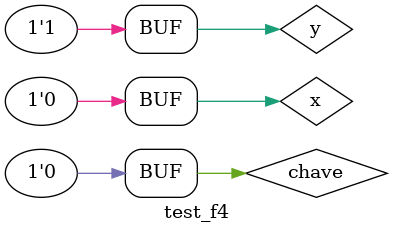
<source format=v>
module f4 (output s,input a,input b, input chave);

wire temp1, temp2, temp3, temp4;

or OR1 (temp1, a, b);
and AND1 (temp2, a, b);

not NOT1 (notchave, chave);

and AND2 (temp3, temp2, chave);
and AND3 (temp4, temp1, notchave);

xor XOR1 (s, temp3, temp4);

endmodule // f4

module test_f4;
// ------------------------- definir dados
reg x;
reg y;
reg chave;
wire z;

f4 modulo (z, x, y, chave);
// ------------------------- parte principal
initial begin
$display("chave seletora ");

x = 'b0; y = 'b1; chave=0;

$monitor("%b",z);

end
endmodule // test_f4
</source>
